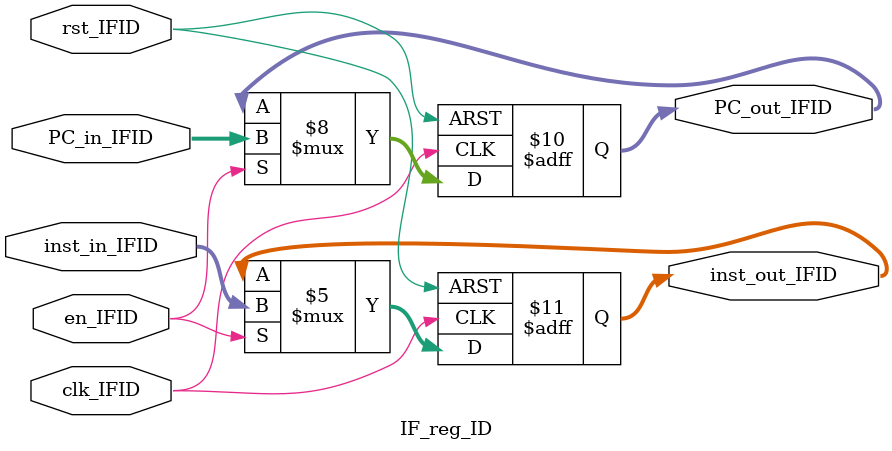
<source format=v>
`timescale 1ns / 1ps


module IF_reg_ID(
    input clk_IFID,
    input rst_IFID,
    input en_IFID,
    input [31:0]PC_in_IFID,
    input [31:0]inst_in_IFID,

    output reg [31:0]PC_out_IFID,
    output reg [31:0]inst_out_IFID
    );

    always @(posedge clk_IFID or posedge rst_IFID) begin
        if(rst_IFID==1)begin
            PC_out_IFID     = 0;
            inst_out_IFID   = 0;
        end
        else if(en_IFID==1) begin
            PC_out_IFID     = PC_in_IFID ;
            inst_out_IFID   = inst_in_IFID;
        end
    end



endmodule

</source>
